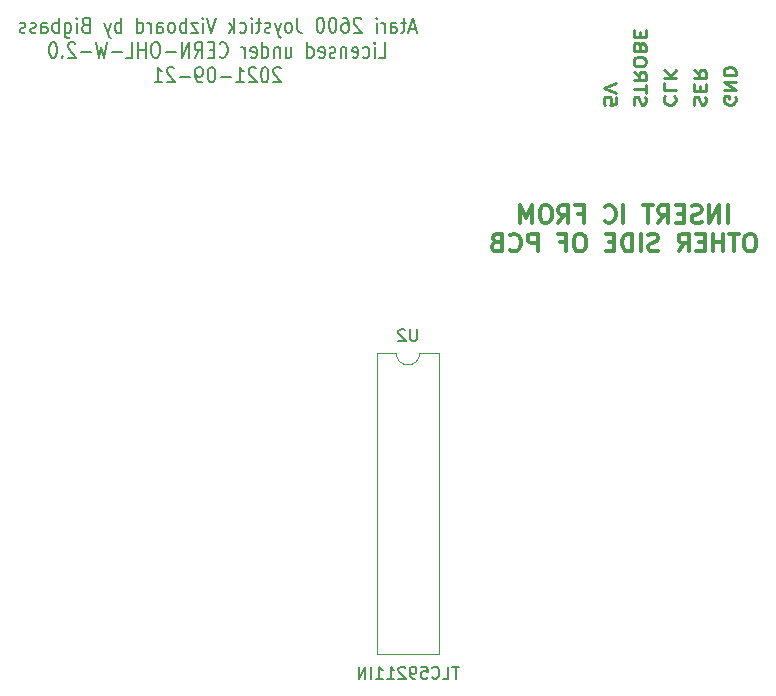
<source format=gbo>
%TF.GenerationSoftware,KiCad,Pcbnew,5.99.0-unknown-3b7f5a3db7~131~ubuntu20.04.1*%
%TF.CreationDate,2021-09-21T13:07:20-05:00*%
%TF.ProjectId,a2600-joystick-vizboard,61323630-302d-46a6-9f79-737469636b2d,rev?*%
%TF.SameCoordinates,Original*%
%TF.FileFunction,Legend,Bot*%
%TF.FilePolarity,Positive*%
%FSLAX46Y46*%
G04 Gerber Fmt 4.6, Leading zero omitted, Abs format (unit mm)*
G04 Created by KiCad (PCBNEW 5.99.0-unknown-3b7f5a3db7~131~ubuntu20.04.1) date 2021-09-21 13:07:20*
%MOMM*%
%LPD*%
G01*
G04 APERTURE LIST*
%ADD10C,0.200000*%
%ADD11C,0.225000*%
%ADD12C,0.300000*%
%ADD13C,0.150000*%
%ADD14C,0.120000*%
%ADD15C,3.200000*%
%ADD16O,1.600000X1.600000*%
%ADD17R,1.600000X1.600000*%
%ADD18C,1.600000*%
%ADD19R,1.700000X1.700000*%
%ADD20O,1.700000X1.700000*%
%ADD21R,1.800000X1.800000*%
%ADD22C,1.800000*%
G04 APERTURE END LIST*
D10*
X200022904Y-61496666D02*
X199499095Y-61496666D01*
X200127666Y-61868095D02*
X199761000Y-60568095D01*
X199394333Y-61868095D01*
X199184809Y-61001428D02*
X198765761Y-61001428D01*
X199027666Y-60568095D02*
X199027666Y-61682380D01*
X198975285Y-61806190D01*
X198870523Y-61868095D01*
X198765761Y-61868095D01*
X197927666Y-61868095D02*
X197927666Y-61187142D01*
X197980047Y-61063333D01*
X198084809Y-61001428D01*
X198294333Y-61001428D01*
X198399095Y-61063333D01*
X197927666Y-61806190D02*
X198032428Y-61868095D01*
X198294333Y-61868095D01*
X198399095Y-61806190D01*
X198451476Y-61682380D01*
X198451476Y-61558571D01*
X198399095Y-61434761D01*
X198294333Y-61372857D01*
X198032428Y-61372857D01*
X197927666Y-61310952D01*
X197403857Y-61868095D02*
X197403857Y-61001428D01*
X197403857Y-61249047D02*
X197351476Y-61125238D01*
X197299095Y-61063333D01*
X197194333Y-61001428D01*
X197089571Y-61001428D01*
X196722904Y-61868095D02*
X196722904Y-61001428D01*
X196722904Y-60568095D02*
X196775285Y-60630000D01*
X196722904Y-60691904D01*
X196670523Y-60630000D01*
X196722904Y-60568095D01*
X196722904Y-60691904D01*
X195413380Y-60691904D02*
X195361000Y-60630000D01*
X195256238Y-60568095D01*
X194994333Y-60568095D01*
X194889571Y-60630000D01*
X194837190Y-60691904D01*
X194784809Y-60815714D01*
X194784809Y-60939523D01*
X194837190Y-61125238D01*
X195465761Y-61868095D01*
X194784809Y-61868095D01*
X193841952Y-60568095D02*
X194051476Y-60568095D01*
X194156238Y-60630000D01*
X194208619Y-60691904D01*
X194313380Y-60877619D01*
X194365761Y-61125238D01*
X194365761Y-61620476D01*
X194313380Y-61744285D01*
X194261000Y-61806190D01*
X194156238Y-61868095D01*
X193946714Y-61868095D01*
X193841952Y-61806190D01*
X193789571Y-61744285D01*
X193737190Y-61620476D01*
X193737190Y-61310952D01*
X193789571Y-61187142D01*
X193841952Y-61125238D01*
X193946714Y-61063333D01*
X194156238Y-61063333D01*
X194261000Y-61125238D01*
X194313380Y-61187142D01*
X194365761Y-61310952D01*
X193056238Y-60568095D02*
X192951476Y-60568095D01*
X192846714Y-60630000D01*
X192794333Y-60691904D01*
X192741952Y-60815714D01*
X192689571Y-61063333D01*
X192689571Y-61372857D01*
X192741952Y-61620476D01*
X192794333Y-61744285D01*
X192846714Y-61806190D01*
X192951476Y-61868095D01*
X193056238Y-61868095D01*
X193161000Y-61806190D01*
X193213380Y-61744285D01*
X193265761Y-61620476D01*
X193318142Y-61372857D01*
X193318142Y-61063333D01*
X193265761Y-60815714D01*
X193213380Y-60691904D01*
X193161000Y-60630000D01*
X193056238Y-60568095D01*
X192008619Y-60568095D02*
X191903857Y-60568095D01*
X191799095Y-60630000D01*
X191746714Y-60691904D01*
X191694333Y-60815714D01*
X191641952Y-61063333D01*
X191641952Y-61372857D01*
X191694333Y-61620476D01*
X191746714Y-61744285D01*
X191799095Y-61806190D01*
X191903857Y-61868095D01*
X192008619Y-61868095D01*
X192113380Y-61806190D01*
X192165761Y-61744285D01*
X192218142Y-61620476D01*
X192270523Y-61372857D01*
X192270523Y-61063333D01*
X192218142Y-60815714D01*
X192165761Y-60691904D01*
X192113380Y-60630000D01*
X192008619Y-60568095D01*
X190018142Y-60568095D02*
X190018142Y-61496666D01*
X190070523Y-61682380D01*
X190175285Y-61806190D01*
X190332428Y-61868095D01*
X190437190Y-61868095D01*
X189337190Y-61868095D02*
X189441952Y-61806190D01*
X189494333Y-61744285D01*
X189546714Y-61620476D01*
X189546714Y-61249047D01*
X189494333Y-61125238D01*
X189441952Y-61063333D01*
X189337190Y-61001428D01*
X189180047Y-61001428D01*
X189075285Y-61063333D01*
X189022904Y-61125238D01*
X188970523Y-61249047D01*
X188970523Y-61620476D01*
X189022904Y-61744285D01*
X189075285Y-61806190D01*
X189180047Y-61868095D01*
X189337190Y-61868095D01*
X188603857Y-61001428D02*
X188341952Y-61868095D01*
X188080047Y-61001428D02*
X188341952Y-61868095D01*
X188446714Y-62177619D01*
X188499095Y-62239523D01*
X188603857Y-62301428D01*
X187713380Y-61806190D02*
X187608619Y-61868095D01*
X187399095Y-61868095D01*
X187294333Y-61806190D01*
X187241952Y-61682380D01*
X187241952Y-61620476D01*
X187294333Y-61496666D01*
X187399095Y-61434761D01*
X187556238Y-61434761D01*
X187661000Y-61372857D01*
X187713380Y-61249047D01*
X187713380Y-61187142D01*
X187661000Y-61063333D01*
X187556238Y-61001428D01*
X187399095Y-61001428D01*
X187294333Y-61063333D01*
X186927666Y-61001428D02*
X186508619Y-61001428D01*
X186770523Y-60568095D02*
X186770523Y-61682380D01*
X186718142Y-61806190D01*
X186613380Y-61868095D01*
X186508619Y-61868095D01*
X186141952Y-61868095D02*
X186141952Y-61001428D01*
X186141952Y-60568095D02*
X186194333Y-60630000D01*
X186141952Y-60691904D01*
X186089571Y-60630000D01*
X186141952Y-60568095D01*
X186141952Y-60691904D01*
X185146714Y-61806190D02*
X185251476Y-61868095D01*
X185461000Y-61868095D01*
X185565761Y-61806190D01*
X185618142Y-61744285D01*
X185670523Y-61620476D01*
X185670523Y-61249047D01*
X185618142Y-61125238D01*
X185565761Y-61063333D01*
X185461000Y-61001428D01*
X185251476Y-61001428D01*
X185146714Y-61063333D01*
X184675285Y-61868095D02*
X184675285Y-60568095D01*
X184570523Y-61372857D02*
X184256238Y-61868095D01*
X184256238Y-61001428D02*
X184675285Y-61496666D01*
X183103857Y-60568095D02*
X182737190Y-61868095D01*
X182370523Y-60568095D01*
X182003857Y-61868095D02*
X182003857Y-61001428D01*
X182003857Y-60568095D02*
X182056238Y-60630000D01*
X182003857Y-60691904D01*
X181951476Y-60630000D01*
X182003857Y-60568095D01*
X182003857Y-60691904D01*
X181584809Y-61001428D02*
X181008619Y-61001428D01*
X181584809Y-61868095D01*
X181008619Y-61868095D01*
X180589571Y-61868095D02*
X180589571Y-60568095D01*
X180589571Y-61063333D02*
X180484809Y-61001428D01*
X180275285Y-61001428D01*
X180170523Y-61063333D01*
X180118142Y-61125238D01*
X180065761Y-61249047D01*
X180065761Y-61620476D01*
X180118142Y-61744285D01*
X180170523Y-61806190D01*
X180275285Y-61868095D01*
X180484809Y-61868095D01*
X180589571Y-61806190D01*
X179437190Y-61868095D02*
X179541952Y-61806190D01*
X179594333Y-61744285D01*
X179646714Y-61620476D01*
X179646714Y-61249047D01*
X179594333Y-61125238D01*
X179541952Y-61063333D01*
X179437190Y-61001428D01*
X179280047Y-61001428D01*
X179175285Y-61063333D01*
X179122904Y-61125238D01*
X179070523Y-61249047D01*
X179070523Y-61620476D01*
X179122904Y-61744285D01*
X179175285Y-61806190D01*
X179280047Y-61868095D01*
X179437190Y-61868095D01*
X178127666Y-61868095D02*
X178127666Y-61187142D01*
X178180047Y-61063333D01*
X178284809Y-61001428D01*
X178494333Y-61001428D01*
X178599095Y-61063333D01*
X178127666Y-61806190D02*
X178232428Y-61868095D01*
X178494333Y-61868095D01*
X178599095Y-61806190D01*
X178651476Y-61682380D01*
X178651476Y-61558571D01*
X178599095Y-61434761D01*
X178494333Y-61372857D01*
X178232428Y-61372857D01*
X178127666Y-61310952D01*
X177603857Y-61868095D02*
X177603857Y-61001428D01*
X177603857Y-61249047D02*
X177551476Y-61125238D01*
X177499095Y-61063333D01*
X177394333Y-61001428D01*
X177289571Y-61001428D01*
X176451476Y-61868095D02*
X176451476Y-60568095D01*
X176451476Y-61806190D02*
X176556238Y-61868095D01*
X176765761Y-61868095D01*
X176870523Y-61806190D01*
X176922904Y-61744285D01*
X176975285Y-61620476D01*
X176975285Y-61249047D01*
X176922904Y-61125238D01*
X176870523Y-61063333D01*
X176765761Y-61001428D01*
X176556238Y-61001428D01*
X176451476Y-61063333D01*
X175089571Y-61868095D02*
X175089571Y-60568095D01*
X175089571Y-61063333D02*
X174984809Y-61001428D01*
X174775285Y-61001428D01*
X174670523Y-61063333D01*
X174618142Y-61125238D01*
X174565761Y-61249047D01*
X174565761Y-61620476D01*
X174618142Y-61744285D01*
X174670523Y-61806190D01*
X174775285Y-61868095D01*
X174984809Y-61868095D01*
X175089571Y-61806190D01*
X174199095Y-61001428D02*
X173937190Y-61868095D01*
X173675285Y-61001428D02*
X173937190Y-61868095D01*
X174041952Y-62177619D01*
X174094333Y-62239523D01*
X174199095Y-62301428D01*
X172051476Y-61187142D02*
X171894333Y-61249047D01*
X171841952Y-61310952D01*
X171789571Y-61434761D01*
X171789571Y-61620476D01*
X171841952Y-61744285D01*
X171894333Y-61806190D01*
X171999095Y-61868095D01*
X172418142Y-61868095D01*
X172418142Y-60568095D01*
X172051476Y-60568095D01*
X171946714Y-60630000D01*
X171894333Y-60691904D01*
X171841952Y-60815714D01*
X171841952Y-60939523D01*
X171894333Y-61063333D01*
X171946714Y-61125238D01*
X172051476Y-61187142D01*
X172418142Y-61187142D01*
X171318142Y-61868095D02*
X171318142Y-61001428D01*
X171318142Y-60568095D02*
X171370523Y-60630000D01*
X171318142Y-60691904D01*
X171265761Y-60630000D01*
X171318142Y-60568095D01*
X171318142Y-60691904D01*
X170322904Y-61001428D02*
X170322904Y-62053809D01*
X170375285Y-62177619D01*
X170427666Y-62239523D01*
X170532428Y-62301428D01*
X170689571Y-62301428D01*
X170794333Y-62239523D01*
X170322904Y-61806190D02*
X170427666Y-61868095D01*
X170637190Y-61868095D01*
X170741952Y-61806190D01*
X170794333Y-61744285D01*
X170846714Y-61620476D01*
X170846714Y-61249047D01*
X170794333Y-61125238D01*
X170741952Y-61063333D01*
X170637190Y-61001428D01*
X170427666Y-61001428D01*
X170322904Y-61063333D01*
X169799095Y-61868095D02*
X169799095Y-60568095D01*
X169799095Y-61063333D02*
X169694333Y-61001428D01*
X169484809Y-61001428D01*
X169380047Y-61063333D01*
X169327666Y-61125238D01*
X169275285Y-61249047D01*
X169275285Y-61620476D01*
X169327666Y-61744285D01*
X169380047Y-61806190D01*
X169484809Y-61868095D01*
X169694333Y-61868095D01*
X169799095Y-61806190D01*
X168332428Y-61868095D02*
X168332428Y-61187142D01*
X168384809Y-61063333D01*
X168489571Y-61001428D01*
X168699095Y-61001428D01*
X168803857Y-61063333D01*
X168332428Y-61806190D02*
X168437190Y-61868095D01*
X168699095Y-61868095D01*
X168803857Y-61806190D01*
X168856238Y-61682380D01*
X168856238Y-61558571D01*
X168803857Y-61434761D01*
X168699095Y-61372857D01*
X168437190Y-61372857D01*
X168332428Y-61310952D01*
X167861000Y-61806190D02*
X167756238Y-61868095D01*
X167546714Y-61868095D01*
X167441952Y-61806190D01*
X167389571Y-61682380D01*
X167389571Y-61620476D01*
X167441952Y-61496666D01*
X167546714Y-61434761D01*
X167703857Y-61434761D01*
X167808619Y-61372857D01*
X167861000Y-61249047D01*
X167861000Y-61187142D01*
X167808619Y-61063333D01*
X167703857Y-61001428D01*
X167546714Y-61001428D01*
X167441952Y-61063333D01*
X166970523Y-61806190D02*
X166865761Y-61868095D01*
X166656238Y-61868095D01*
X166551476Y-61806190D01*
X166499095Y-61682380D01*
X166499095Y-61620476D01*
X166551476Y-61496666D01*
X166656238Y-61434761D01*
X166813380Y-61434761D01*
X166918142Y-61372857D01*
X166970523Y-61249047D01*
X166970523Y-61187142D01*
X166918142Y-61063333D01*
X166813380Y-61001428D01*
X166656238Y-61001428D01*
X166551476Y-61063333D01*
X196932428Y-63961095D02*
X197456238Y-63961095D01*
X197456238Y-62661095D01*
X196565761Y-63961095D02*
X196565761Y-63094428D01*
X196565761Y-62661095D02*
X196618142Y-62723000D01*
X196565761Y-62784904D01*
X196513380Y-62723000D01*
X196565761Y-62661095D01*
X196565761Y-62784904D01*
X195570523Y-63899190D02*
X195675285Y-63961095D01*
X195884809Y-63961095D01*
X195989571Y-63899190D01*
X196041952Y-63837285D01*
X196094333Y-63713476D01*
X196094333Y-63342047D01*
X196041952Y-63218238D01*
X195989571Y-63156333D01*
X195884809Y-63094428D01*
X195675285Y-63094428D01*
X195570523Y-63156333D01*
X194680047Y-63899190D02*
X194784809Y-63961095D01*
X194994333Y-63961095D01*
X195099095Y-63899190D01*
X195151476Y-63775380D01*
X195151476Y-63280142D01*
X195099095Y-63156333D01*
X194994333Y-63094428D01*
X194784809Y-63094428D01*
X194680047Y-63156333D01*
X194627666Y-63280142D01*
X194627666Y-63403952D01*
X195151476Y-63527761D01*
X194156238Y-63094428D02*
X194156238Y-63961095D01*
X194156238Y-63218238D02*
X194103857Y-63156333D01*
X193999095Y-63094428D01*
X193841952Y-63094428D01*
X193737190Y-63156333D01*
X193684809Y-63280142D01*
X193684809Y-63961095D01*
X193213380Y-63899190D02*
X193108619Y-63961095D01*
X192899095Y-63961095D01*
X192794333Y-63899190D01*
X192741952Y-63775380D01*
X192741952Y-63713476D01*
X192794333Y-63589666D01*
X192899095Y-63527761D01*
X193056238Y-63527761D01*
X193161000Y-63465857D01*
X193213380Y-63342047D01*
X193213380Y-63280142D01*
X193161000Y-63156333D01*
X193056238Y-63094428D01*
X192899095Y-63094428D01*
X192794333Y-63156333D01*
X191851476Y-63899190D02*
X191956238Y-63961095D01*
X192165761Y-63961095D01*
X192270523Y-63899190D01*
X192322904Y-63775380D01*
X192322904Y-63280142D01*
X192270523Y-63156333D01*
X192165761Y-63094428D01*
X191956238Y-63094428D01*
X191851476Y-63156333D01*
X191799095Y-63280142D01*
X191799095Y-63403952D01*
X192322904Y-63527761D01*
X190856238Y-63961095D02*
X190856238Y-62661095D01*
X190856238Y-63899190D02*
X190961000Y-63961095D01*
X191170523Y-63961095D01*
X191275285Y-63899190D01*
X191327666Y-63837285D01*
X191380047Y-63713476D01*
X191380047Y-63342047D01*
X191327666Y-63218238D01*
X191275285Y-63156333D01*
X191170523Y-63094428D01*
X190961000Y-63094428D01*
X190856238Y-63156333D01*
X189022904Y-63094428D02*
X189022904Y-63961095D01*
X189494333Y-63094428D02*
X189494333Y-63775380D01*
X189441952Y-63899190D01*
X189337190Y-63961095D01*
X189180047Y-63961095D01*
X189075285Y-63899190D01*
X189022904Y-63837285D01*
X188499095Y-63094428D02*
X188499095Y-63961095D01*
X188499095Y-63218238D02*
X188446714Y-63156333D01*
X188341952Y-63094428D01*
X188184809Y-63094428D01*
X188080047Y-63156333D01*
X188027666Y-63280142D01*
X188027666Y-63961095D01*
X187032428Y-63961095D02*
X187032428Y-62661095D01*
X187032428Y-63899190D02*
X187137190Y-63961095D01*
X187346714Y-63961095D01*
X187451476Y-63899190D01*
X187503857Y-63837285D01*
X187556238Y-63713476D01*
X187556238Y-63342047D01*
X187503857Y-63218238D01*
X187451476Y-63156333D01*
X187346714Y-63094428D01*
X187137190Y-63094428D01*
X187032428Y-63156333D01*
X186089571Y-63899190D02*
X186194333Y-63961095D01*
X186403857Y-63961095D01*
X186508619Y-63899190D01*
X186561000Y-63775380D01*
X186561000Y-63280142D01*
X186508619Y-63156333D01*
X186403857Y-63094428D01*
X186194333Y-63094428D01*
X186089571Y-63156333D01*
X186037190Y-63280142D01*
X186037190Y-63403952D01*
X186561000Y-63527761D01*
X185565761Y-63961095D02*
X185565761Y-63094428D01*
X185565761Y-63342047D02*
X185513380Y-63218238D01*
X185461000Y-63156333D01*
X185356238Y-63094428D01*
X185251476Y-63094428D01*
X183418142Y-63837285D02*
X183470523Y-63899190D01*
X183627666Y-63961095D01*
X183732428Y-63961095D01*
X183889571Y-63899190D01*
X183994333Y-63775380D01*
X184046714Y-63651571D01*
X184099095Y-63403952D01*
X184099095Y-63218238D01*
X184046714Y-62970619D01*
X183994333Y-62846809D01*
X183889571Y-62723000D01*
X183732428Y-62661095D01*
X183627666Y-62661095D01*
X183470523Y-62723000D01*
X183418142Y-62784904D01*
X182946714Y-63280142D02*
X182580047Y-63280142D01*
X182422904Y-63961095D02*
X182946714Y-63961095D01*
X182946714Y-62661095D01*
X182422904Y-62661095D01*
X181322904Y-63961095D02*
X181689571Y-63342047D01*
X181951476Y-63961095D02*
X181951476Y-62661095D01*
X181532428Y-62661095D01*
X181427666Y-62723000D01*
X181375285Y-62784904D01*
X181322904Y-62908714D01*
X181322904Y-63094428D01*
X181375285Y-63218238D01*
X181427666Y-63280142D01*
X181532428Y-63342047D01*
X181951476Y-63342047D01*
X180851476Y-63961095D02*
X180851476Y-62661095D01*
X180222904Y-63961095D01*
X180222904Y-62661095D01*
X179699095Y-63465857D02*
X178861000Y-63465857D01*
X178127666Y-62661095D02*
X177918142Y-62661095D01*
X177813380Y-62723000D01*
X177708619Y-62846809D01*
X177656238Y-63094428D01*
X177656238Y-63527761D01*
X177708619Y-63775380D01*
X177813380Y-63899190D01*
X177918142Y-63961095D01*
X178127666Y-63961095D01*
X178232428Y-63899190D01*
X178337190Y-63775380D01*
X178389571Y-63527761D01*
X178389571Y-63094428D01*
X178337190Y-62846809D01*
X178232428Y-62723000D01*
X178127666Y-62661095D01*
X177184809Y-63961095D02*
X177184809Y-62661095D01*
X177184809Y-63280142D02*
X176556238Y-63280142D01*
X176556238Y-63961095D02*
X176556238Y-62661095D01*
X175508619Y-63961095D02*
X176032428Y-63961095D01*
X176032428Y-62661095D01*
X175141952Y-63465857D02*
X174303857Y-63465857D01*
X173884809Y-62661095D02*
X173622904Y-63961095D01*
X173413380Y-63032523D01*
X173203857Y-63961095D01*
X172941952Y-62661095D01*
X172522904Y-63465857D02*
X171684809Y-63465857D01*
X171213380Y-62784904D02*
X171161000Y-62723000D01*
X171056238Y-62661095D01*
X170794333Y-62661095D01*
X170689571Y-62723000D01*
X170637190Y-62784904D01*
X170584809Y-62908714D01*
X170584809Y-63032523D01*
X170637190Y-63218238D01*
X171265761Y-63961095D01*
X170584809Y-63961095D01*
X170113380Y-63837285D02*
X170061000Y-63899190D01*
X170113380Y-63961095D01*
X170165761Y-63899190D01*
X170113380Y-63837285D01*
X170113380Y-63961095D01*
X169380047Y-62661095D02*
X169275285Y-62661095D01*
X169170523Y-62723000D01*
X169118142Y-62784904D01*
X169065761Y-62908714D01*
X169013380Y-63156333D01*
X169013380Y-63465857D01*
X169065761Y-63713476D01*
X169118142Y-63837285D01*
X169170523Y-63899190D01*
X169275285Y-63961095D01*
X169380047Y-63961095D01*
X169484809Y-63899190D01*
X169537190Y-63837285D01*
X169589571Y-63713476D01*
X169641952Y-63465857D01*
X169641952Y-63156333D01*
X169589571Y-62908714D01*
X169537190Y-62784904D01*
X169484809Y-62723000D01*
X169380047Y-62661095D01*
X188603857Y-64877904D02*
X188551476Y-64816000D01*
X188446714Y-64754095D01*
X188184809Y-64754095D01*
X188080047Y-64816000D01*
X188027666Y-64877904D01*
X187975285Y-65001714D01*
X187975285Y-65125523D01*
X188027666Y-65311238D01*
X188656238Y-66054095D01*
X187975285Y-66054095D01*
X187294333Y-64754095D02*
X187189571Y-64754095D01*
X187084809Y-64816000D01*
X187032428Y-64877904D01*
X186980047Y-65001714D01*
X186927666Y-65249333D01*
X186927666Y-65558857D01*
X186980047Y-65806476D01*
X187032428Y-65930285D01*
X187084809Y-65992190D01*
X187189571Y-66054095D01*
X187294333Y-66054095D01*
X187399095Y-65992190D01*
X187451476Y-65930285D01*
X187503857Y-65806476D01*
X187556238Y-65558857D01*
X187556238Y-65249333D01*
X187503857Y-65001714D01*
X187451476Y-64877904D01*
X187399095Y-64816000D01*
X187294333Y-64754095D01*
X186508619Y-64877904D02*
X186456238Y-64816000D01*
X186351476Y-64754095D01*
X186089571Y-64754095D01*
X185984809Y-64816000D01*
X185932428Y-64877904D01*
X185880047Y-65001714D01*
X185880047Y-65125523D01*
X185932428Y-65311238D01*
X186561000Y-66054095D01*
X185880047Y-66054095D01*
X184832428Y-66054095D02*
X185461000Y-66054095D01*
X185146714Y-66054095D02*
X185146714Y-64754095D01*
X185251476Y-64939809D01*
X185356238Y-65063619D01*
X185461000Y-65125523D01*
X184361000Y-65558857D02*
X183522904Y-65558857D01*
X182789571Y-64754095D02*
X182684809Y-64754095D01*
X182580047Y-64816000D01*
X182527666Y-64877904D01*
X182475285Y-65001714D01*
X182422904Y-65249333D01*
X182422904Y-65558857D01*
X182475285Y-65806476D01*
X182527666Y-65930285D01*
X182580047Y-65992190D01*
X182684809Y-66054095D01*
X182789571Y-66054095D01*
X182894333Y-65992190D01*
X182946714Y-65930285D01*
X182999095Y-65806476D01*
X183051476Y-65558857D01*
X183051476Y-65249333D01*
X182999095Y-65001714D01*
X182946714Y-64877904D01*
X182894333Y-64816000D01*
X182789571Y-64754095D01*
X181899095Y-66054095D02*
X181689571Y-66054095D01*
X181584809Y-65992190D01*
X181532428Y-65930285D01*
X181427666Y-65744571D01*
X181375285Y-65496952D01*
X181375285Y-65001714D01*
X181427666Y-64877904D01*
X181480047Y-64816000D01*
X181584809Y-64754095D01*
X181794333Y-64754095D01*
X181899095Y-64816000D01*
X181951476Y-64877904D01*
X182003857Y-65001714D01*
X182003857Y-65311238D01*
X181951476Y-65435047D01*
X181899095Y-65496952D01*
X181794333Y-65558857D01*
X181584809Y-65558857D01*
X181480047Y-65496952D01*
X181427666Y-65435047D01*
X181375285Y-65311238D01*
X180903857Y-65558857D02*
X180065761Y-65558857D01*
X179594333Y-64877904D02*
X179541952Y-64816000D01*
X179437190Y-64754095D01*
X179175285Y-64754095D01*
X179070523Y-64816000D01*
X179018142Y-64877904D01*
X178965761Y-65001714D01*
X178965761Y-65125523D01*
X179018142Y-65311238D01*
X179646714Y-66054095D01*
X178965761Y-66054095D01*
X177918142Y-66054095D02*
X178546714Y-66054095D01*
X178232428Y-66054095D02*
X178232428Y-64754095D01*
X178337190Y-64939809D01*
X178441952Y-65063619D01*
X178546714Y-65125523D01*
D11*
X227068000Y-67265464D02*
X227115619Y-67379750D01*
X227115619Y-67551178D01*
X227068000Y-67722607D01*
X226972761Y-67836892D01*
X226877523Y-67894035D01*
X226687047Y-67951178D01*
X226544190Y-67951178D01*
X226353714Y-67894035D01*
X226258476Y-67836892D01*
X226163238Y-67722607D01*
X226115619Y-67551178D01*
X226115619Y-67436892D01*
X226163238Y-67265464D01*
X226210857Y-67208321D01*
X226544190Y-67208321D01*
X226544190Y-67436892D01*
X226115619Y-66694035D02*
X227115619Y-66694035D01*
X226115619Y-66008321D01*
X227115619Y-66008321D01*
X226115619Y-65436892D02*
X227115619Y-65436892D01*
X227115619Y-65151178D01*
X227068000Y-64979750D01*
X226972761Y-64865464D01*
X226877523Y-64808321D01*
X226687047Y-64751178D01*
X226544190Y-64751178D01*
X226353714Y-64808321D01*
X226258476Y-64865464D01*
X226163238Y-64979750D01*
X226115619Y-65151178D01*
X226115619Y-65436892D01*
X223623238Y-67951178D02*
X223575619Y-67779750D01*
X223575619Y-67494035D01*
X223623238Y-67379750D01*
X223670857Y-67322607D01*
X223766095Y-67265464D01*
X223861333Y-67265464D01*
X223956571Y-67322607D01*
X224004190Y-67379750D01*
X224051809Y-67494035D01*
X224099428Y-67722607D01*
X224147047Y-67836892D01*
X224194666Y-67894035D01*
X224289904Y-67951178D01*
X224385142Y-67951178D01*
X224480380Y-67894035D01*
X224528000Y-67836892D01*
X224575619Y-67722607D01*
X224575619Y-67436892D01*
X224528000Y-67265464D01*
X224099428Y-66751178D02*
X224099428Y-66351178D01*
X223575619Y-66179750D02*
X223575619Y-66751178D01*
X224575619Y-66751178D01*
X224575619Y-66179750D01*
X223575619Y-64979750D02*
X224051809Y-65379750D01*
X223575619Y-65665464D02*
X224575619Y-65665464D01*
X224575619Y-65208321D01*
X224528000Y-65094035D01*
X224480380Y-65036892D01*
X224385142Y-64979750D01*
X224242285Y-64979750D01*
X224147047Y-65036892D01*
X224099428Y-65094035D01*
X224051809Y-65208321D01*
X224051809Y-65665464D01*
X221130857Y-67208321D02*
X221083238Y-67265464D01*
X221035619Y-67436892D01*
X221035619Y-67551178D01*
X221083238Y-67722607D01*
X221178476Y-67836892D01*
X221273714Y-67894035D01*
X221464190Y-67951178D01*
X221607047Y-67951178D01*
X221797523Y-67894035D01*
X221892761Y-67836892D01*
X221988000Y-67722607D01*
X222035619Y-67551178D01*
X222035619Y-67436892D01*
X221988000Y-67265464D01*
X221940380Y-67208321D01*
X221035619Y-66122607D02*
X221035619Y-66694035D01*
X222035619Y-66694035D01*
X221035619Y-65722607D02*
X222035619Y-65722607D01*
X221035619Y-65036892D02*
X221607047Y-65551178D01*
X222035619Y-65036892D02*
X221464190Y-65722607D01*
X218543238Y-67951178D02*
X218495619Y-67779750D01*
X218495619Y-67494035D01*
X218543238Y-67379750D01*
X218590857Y-67322607D01*
X218686095Y-67265464D01*
X218781333Y-67265464D01*
X218876571Y-67322607D01*
X218924190Y-67379750D01*
X218971809Y-67494035D01*
X219019428Y-67722607D01*
X219067047Y-67836892D01*
X219114666Y-67894035D01*
X219209904Y-67951178D01*
X219305142Y-67951178D01*
X219400380Y-67894035D01*
X219448000Y-67836892D01*
X219495619Y-67722607D01*
X219495619Y-67436892D01*
X219448000Y-67265464D01*
X219495619Y-66922607D02*
X219495619Y-66236892D01*
X218495619Y-66579750D02*
X219495619Y-66579750D01*
X218495619Y-65151178D02*
X218971809Y-65551178D01*
X218495619Y-65836892D02*
X219495619Y-65836892D01*
X219495619Y-65379750D01*
X219448000Y-65265464D01*
X219400380Y-65208321D01*
X219305142Y-65151178D01*
X219162285Y-65151178D01*
X219067047Y-65208321D01*
X219019428Y-65265464D01*
X218971809Y-65379750D01*
X218971809Y-65836892D01*
X219495619Y-64408321D02*
X219495619Y-64179750D01*
X219448000Y-64065464D01*
X219352761Y-63951178D01*
X219162285Y-63894035D01*
X218828952Y-63894035D01*
X218638476Y-63951178D01*
X218543238Y-64065464D01*
X218495619Y-64179750D01*
X218495619Y-64408321D01*
X218543238Y-64522607D01*
X218638476Y-64636892D01*
X218828952Y-64694035D01*
X219162285Y-64694035D01*
X219352761Y-64636892D01*
X219448000Y-64522607D01*
X219495619Y-64408321D01*
X219019428Y-62979750D02*
X218971809Y-62808321D01*
X218924190Y-62751178D01*
X218828952Y-62694035D01*
X218686095Y-62694035D01*
X218590857Y-62751178D01*
X218543238Y-62808321D01*
X218495619Y-62922607D01*
X218495619Y-63379750D01*
X219495619Y-63379750D01*
X219495619Y-62979750D01*
X219448000Y-62865464D01*
X219400380Y-62808321D01*
X219305142Y-62751178D01*
X219209904Y-62751178D01*
X219114666Y-62808321D01*
X219067047Y-62865464D01*
X219019428Y-62979750D01*
X219019428Y-63379750D01*
X219019428Y-62179750D02*
X219019428Y-61779750D01*
X218495619Y-61608321D02*
X218495619Y-62179750D01*
X219495619Y-62179750D01*
X219495619Y-61608321D01*
X216955619Y-67322607D02*
X216955619Y-67894035D01*
X216479428Y-67951178D01*
X216527047Y-67894035D01*
X216574666Y-67779750D01*
X216574666Y-67494035D01*
X216527047Y-67379750D01*
X216479428Y-67322607D01*
X216384190Y-67265464D01*
X216146095Y-67265464D01*
X216050857Y-67322607D01*
X216003238Y-67379750D01*
X215955619Y-67494035D01*
X215955619Y-67779750D01*
X216003238Y-67894035D01*
X216050857Y-67951178D01*
X216955619Y-66922607D02*
X215955619Y-66522607D01*
X216955619Y-66122607D01*
D12*
X226463714Y-77957071D02*
X226463714Y-76457071D01*
X225749428Y-77957071D02*
X225749428Y-76457071D01*
X224892285Y-77957071D01*
X224892285Y-76457071D01*
X224249428Y-77885642D02*
X224035142Y-77957071D01*
X223678000Y-77957071D01*
X223535142Y-77885642D01*
X223463714Y-77814214D01*
X223392285Y-77671357D01*
X223392285Y-77528500D01*
X223463714Y-77385642D01*
X223535142Y-77314214D01*
X223678000Y-77242785D01*
X223963714Y-77171357D01*
X224106571Y-77099928D01*
X224178000Y-77028500D01*
X224249428Y-76885642D01*
X224249428Y-76742785D01*
X224178000Y-76599928D01*
X224106571Y-76528500D01*
X223963714Y-76457071D01*
X223606571Y-76457071D01*
X223392285Y-76528500D01*
X222749428Y-77171357D02*
X222249428Y-77171357D01*
X222035142Y-77957071D02*
X222749428Y-77957071D01*
X222749428Y-76457071D01*
X222035142Y-76457071D01*
X220535142Y-77957071D02*
X221035142Y-77242785D01*
X221392285Y-77957071D02*
X221392285Y-76457071D01*
X220820857Y-76457071D01*
X220678000Y-76528500D01*
X220606571Y-76599928D01*
X220535142Y-76742785D01*
X220535142Y-76957071D01*
X220606571Y-77099928D01*
X220678000Y-77171357D01*
X220820857Y-77242785D01*
X221392285Y-77242785D01*
X220106571Y-76457071D02*
X219249428Y-76457071D01*
X219678000Y-77957071D02*
X219678000Y-76457071D01*
X217606571Y-77957071D02*
X217606571Y-76457071D01*
X216035142Y-77814214D02*
X216106571Y-77885642D01*
X216320857Y-77957071D01*
X216463714Y-77957071D01*
X216678000Y-77885642D01*
X216820857Y-77742785D01*
X216892285Y-77599928D01*
X216963714Y-77314214D01*
X216963714Y-77099928D01*
X216892285Y-76814214D01*
X216820857Y-76671357D01*
X216678000Y-76528500D01*
X216463714Y-76457071D01*
X216320857Y-76457071D01*
X216106571Y-76528500D01*
X216035142Y-76599928D01*
X213749428Y-77171357D02*
X214249428Y-77171357D01*
X214249428Y-77957071D02*
X214249428Y-76457071D01*
X213535142Y-76457071D01*
X212106571Y-77957071D02*
X212606571Y-77242785D01*
X212963714Y-77957071D02*
X212963714Y-76457071D01*
X212392285Y-76457071D01*
X212249428Y-76528500D01*
X212178000Y-76599928D01*
X212106571Y-76742785D01*
X212106571Y-76957071D01*
X212178000Y-77099928D01*
X212249428Y-77171357D01*
X212392285Y-77242785D01*
X212963714Y-77242785D01*
X211178000Y-76457071D02*
X210892285Y-76457071D01*
X210749428Y-76528500D01*
X210606571Y-76671357D01*
X210535142Y-76957071D01*
X210535142Y-77457071D01*
X210606571Y-77742785D01*
X210749428Y-77885642D01*
X210892285Y-77957071D01*
X211178000Y-77957071D01*
X211320857Y-77885642D01*
X211463714Y-77742785D01*
X211535142Y-77457071D01*
X211535142Y-76957071D01*
X211463714Y-76671357D01*
X211320857Y-76528500D01*
X211178000Y-76457071D01*
X209892285Y-77957071D02*
X209892285Y-76457071D01*
X209392285Y-77528500D01*
X208892285Y-76457071D01*
X208892285Y-77957071D01*
X228499428Y-78872071D02*
X228213714Y-78872071D01*
X228070857Y-78943500D01*
X227928000Y-79086357D01*
X227856571Y-79372071D01*
X227856571Y-79872071D01*
X227928000Y-80157785D01*
X228070857Y-80300642D01*
X228213714Y-80372071D01*
X228499428Y-80372071D01*
X228642285Y-80300642D01*
X228785142Y-80157785D01*
X228856571Y-79872071D01*
X228856571Y-79372071D01*
X228785142Y-79086357D01*
X228642285Y-78943500D01*
X228499428Y-78872071D01*
X227428000Y-78872071D02*
X226570857Y-78872071D01*
X226999428Y-80372071D02*
X226999428Y-78872071D01*
X226070857Y-80372071D02*
X226070857Y-78872071D01*
X226070857Y-79586357D02*
X225213714Y-79586357D01*
X225213714Y-80372071D02*
X225213714Y-78872071D01*
X224499428Y-79586357D02*
X223999428Y-79586357D01*
X223785142Y-80372071D02*
X224499428Y-80372071D01*
X224499428Y-78872071D01*
X223785142Y-78872071D01*
X222285142Y-80372071D02*
X222785142Y-79657785D01*
X223142285Y-80372071D02*
X223142285Y-78872071D01*
X222570857Y-78872071D01*
X222428000Y-78943500D01*
X222356571Y-79014928D01*
X222285142Y-79157785D01*
X222285142Y-79372071D01*
X222356571Y-79514928D01*
X222428000Y-79586357D01*
X222570857Y-79657785D01*
X223142285Y-79657785D01*
X220570857Y-80300642D02*
X220356571Y-80372071D01*
X219999428Y-80372071D01*
X219856571Y-80300642D01*
X219785142Y-80229214D01*
X219713714Y-80086357D01*
X219713714Y-79943500D01*
X219785142Y-79800642D01*
X219856571Y-79729214D01*
X219999428Y-79657785D01*
X220285142Y-79586357D01*
X220428000Y-79514928D01*
X220499428Y-79443500D01*
X220570857Y-79300642D01*
X220570857Y-79157785D01*
X220499428Y-79014928D01*
X220428000Y-78943500D01*
X220285142Y-78872071D01*
X219928000Y-78872071D01*
X219713714Y-78943500D01*
X219070857Y-80372071D02*
X219070857Y-78872071D01*
X218356571Y-80372071D02*
X218356571Y-78872071D01*
X217999428Y-78872071D01*
X217785142Y-78943500D01*
X217642285Y-79086357D01*
X217570857Y-79229214D01*
X217499428Y-79514928D01*
X217499428Y-79729214D01*
X217570857Y-80014928D01*
X217642285Y-80157785D01*
X217785142Y-80300642D01*
X217999428Y-80372071D01*
X218356571Y-80372071D01*
X216856571Y-79586357D02*
X216356571Y-79586357D01*
X216142285Y-80372071D02*
X216856571Y-80372071D01*
X216856571Y-78872071D01*
X216142285Y-78872071D01*
X214070857Y-78872071D02*
X213785142Y-78872071D01*
X213642285Y-78943500D01*
X213499428Y-79086357D01*
X213428000Y-79372071D01*
X213428000Y-79872071D01*
X213499428Y-80157785D01*
X213642285Y-80300642D01*
X213785142Y-80372071D01*
X214070857Y-80372071D01*
X214213714Y-80300642D01*
X214356571Y-80157785D01*
X214428000Y-79872071D01*
X214428000Y-79372071D01*
X214356571Y-79086357D01*
X214213714Y-78943500D01*
X214070857Y-78872071D01*
X212285142Y-79586357D02*
X212785142Y-79586357D01*
X212785142Y-80372071D02*
X212785142Y-78872071D01*
X212070857Y-78872071D01*
X210356571Y-80372071D02*
X210356571Y-78872071D01*
X209785142Y-78872071D01*
X209642285Y-78943500D01*
X209570857Y-79014928D01*
X209499428Y-79157785D01*
X209499428Y-79372071D01*
X209570857Y-79514928D01*
X209642285Y-79586357D01*
X209785142Y-79657785D01*
X210356571Y-79657785D01*
X207999428Y-80229214D02*
X208070857Y-80300642D01*
X208285142Y-80372071D01*
X208428000Y-80372071D01*
X208642285Y-80300642D01*
X208785142Y-80157785D01*
X208856571Y-80014928D01*
X208928000Y-79729214D01*
X208928000Y-79514928D01*
X208856571Y-79229214D01*
X208785142Y-79086357D01*
X208642285Y-78943500D01*
X208428000Y-78872071D01*
X208285142Y-78872071D01*
X208070857Y-78943500D01*
X207999428Y-79014928D01*
X206856571Y-79586357D02*
X206642285Y-79657785D01*
X206570857Y-79729214D01*
X206499428Y-79872071D01*
X206499428Y-80086357D01*
X206570857Y-80229214D01*
X206642285Y-80300642D01*
X206785142Y-80372071D01*
X207356571Y-80372071D01*
X207356571Y-78872071D01*
X206856571Y-78872071D01*
X206713714Y-78943500D01*
X206642285Y-79014928D01*
X206570857Y-79157785D01*
X206570857Y-79300642D01*
X206642285Y-79443500D01*
X206713714Y-79514928D01*
X206856571Y-79586357D01*
X207356571Y-79586357D01*
D13*
X200138708Y-86955380D02*
X200138708Y-87764904D01*
X200091089Y-87860142D01*
X200043470Y-87907761D01*
X199948232Y-87955380D01*
X199757756Y-87955380D01*
X199662518Y-87907761D01*
X199614899Y-87860142D01*
X199567280Y-87764904D01*
X199567280Y-86955380D01*
X199138708Y-87050619D02*
X199091089Y-87003000D01*
X198995851Y-86955380D01*
X198757756Y-86955380D01*
X198662518Y-87003000D01*
X198614899Y-87050619D01*
X198567280Y-87145857D01*
X198567280Y-87241095D01*
X198614899Y-87383952D01*
X199186327Y-87955380D01*
X198567280Y-87955380D01*
X203710137Y-115530380D02*
X203138708Y-115530380D01*
X203424423Y-116530380D02*
X203424423Y-115530380D01*
X202329184Y-116530380D02*
X202805375Y-116530380D01*
X202805375Y-115530380D01*
X201424423Y-116435142D02*
X201472042Y-116482761D01*
X201614899Y-116530380D01*
X201710137Y-116530380D01*
X201852994Y-116482761D01*
X201948232Y-116387523D01*
X201995851Y-116292285D01*
X202043470Y-116101809D01*
X202043470Y-115958952D01*
X201995851Y-115768476D01*
X201948232Y-115673238D01*
X201852994Y-115578000D01*
X201710137Y-115530380D01*
X201614899Y-115530380D01*
X201472042Y-115578000D01*
X201424423Y-115625619D01*
X200519661Y-115530380D02*
X200995851Y-115530380D01*
X201043470Y-116006571D01*
X200995851Y-115958952D01*
X200900613Y-115911333D01*
X200662518Y-115911333D01*
X200567280Y-115958952D01*
X200519661Y-116006571D01*
X200472042Y-116101809D01*
X200472042Y-116339904D01*
X200519661Y-116435142D01*
X200567280Y-116482761D01*
X200662518Y-116530380D01*
X200900613Y-116530380D01*
X200995851Y-116482761D01*
X201043470Y-116435142D01*
X199995851Y-116530380D02*
X199805375Y-116530380D01*
X199710137Y-116482761D01*
X199662518Y-116435142D01*
X199567280Y-116292285D01*
X199519661Y-116101809D01*
X199519661Y-115720857D01*
X199567280Y-115625619D01*
X199614899Y-115578000D01*
X199710137Y-115530380D01*
X199900613Y-115530380D01*
X199995851Y-115578000D01*
X200043470Y-115625619D01*
X200091089Y-115720857D01*
X200091089Y-115958952D01*
X200043470Y-116054190D01*
X199995851Y-116101809D01*
X199900613Y-116149428D01*
X199710137Y-116149428D01*
X199614899Y-116101809D01*
X199567280Y-116054190D01*
X199519661Y-115958952D01*
X199138708Y-115625619D02*
X199091089Y-115578000D01*
X198995851Y-115530380D01*
X198757756Y-115530380D01*
X198662518Y-115578000D01*
X198614899Y-115625619D01*
X198567280Y-115720857D01*
X198567280Y-115816095D01*
X198614899Y-115958952D01*
X199186327Y-116530380D01*
X198567280Y-116530380D01*
X197614899Y-116530380D02*
X198186327Y-116530380D01*
X197900613Y-116530380D02*
X197900613Y-115530380D01*
X197995851Y-115673238D01*
X198091089Y-115768476D01*
X198186327Y-115816095D01*
X196662518Y-116530380D02*
X197233946Y-116530380D01*
X196948232Y-116530380D02*
X196948232Y-115530380D01*
X197043470Y-115673238D01*
X197138708Y-115768476D01*
X197233946Y-115816095D01*
X196233946Y-116530380D02*
X196233946Y-115530380D01*
X195757756Y-116530380D02*
X195757756Y-115530380D01*
X195186327Y-116530380D01*
X195186327Y-115530380D01*
D14*
X196726804Y-88967000D02*
X198376804Y-88967000D01*
X196726804Y-114487000D02*
X196726804Y-88967000D01*
X202026804Y-114487000D02*
X196726804Y-114487000D01*
X202026804Y-88967000D02*
X202026804Y-114487000D01*
X200376804Y-88967000D02*
X202026804Y-88967000D01*
X198376804Y-88967000D02*
G75*
G03*
X200376804Y-88967000I1000000J0D01*
G01*
%LPC*%
D15*
X177038000Y-85725000D03*
X177038000Y-117729000D03*
X209042000Y-117729000D03*
X209042000Y-65659000D03*
D16*
X195566804Y-90297000D03*
X203186804Y-113157000D03*
X195566804Y-92837000D03*
X203186804Y-110617000D03*
X195566804Y-95377000D03*
X203186804Y-108077000D03*
X195566804Y-97917000D03*
X203186804Y-105537000D03*
X195566804Y-100457000D03*
X203186804Y-102997000D03*
X195566804Y-102997000D03*
X203186804Y-100457000D03*
X195566804Y-105537000D03*
X203186804Y-97917000D03*
X195566804Y-108077000D03*
X203186804Y-95377000D03*
X195566804Y-110617000D03*
X203186804Y-92837000D03*
X195566804Y-113157000D03*
D17*
X203186804Y-90297000D03*
X208788000Y-82296000D03*
D16*
X226568000Y-74676000D03*
X211328000Y-82296000D03*
X224028000Y-74676000D03*
X213868000Y-82296000D03*
X221488000Y-74676000D03*
X216408000Y-82296000D03*
X218948000Y-74676000D03*
X218948000Y-82296000D03*
X216408000Y-74676000D03*
X221488000Y-82296000D03*
X213868000Y-74676000D03*
X224028000Y-82296000D03*
X211328000Y-74676000D03*
X226568000Y-82296000D03*
X208788000Y-74676000D03*
D18*
X180322684Y-101727000D03*
D16*
X190482684Y-101727000D03*
D18*
X180322684Y-107823000D03*
D16*
X190482684Y-107823000D03*
D18*
X180322684Y-98679000D03*
D16*
X190482684Y-98679000D03*
D18*
X180322684Y-104775000D03*
D16*
X190482684Y-104775000D03*
D18*
X180322684Y-95631000D03*
D16*
X190482684Y-95631000D03*
D19*
X216408000Y-69723000D03*
D20*
X218948000Y-69723000D03*
X221488000Y-69723000D03*
X224028000Y-69723000D03*
X226568000Y-69723000D03*
D21*
X194315000Y-69723000D03*
D22*
X191775000Y-69723000D03*
D21*
X194315000Y-133731000D03*
D22*
X191775000Y-133731000D03*
X162301000Y-101727000D03*
D21*
X159761000Y-101727000D03*
D22*
X226309000Y-101727000D03*
D21*
X223769000Y-101727000D03*
X166375000Y-66675000D03*
D22*
X163835000Y-66675000D03*
M02*

</source>
